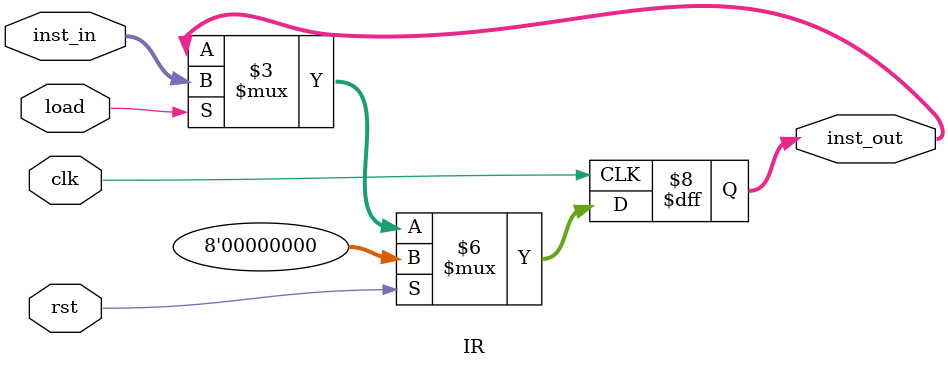
<source format=v>
module IR (clk,rst,load,inst_in, inst_out);
	input clk, rst,load;
	input [7:0] inst_in;
	output reg[7:0] inst_out;
	
	always @ (posedge clk)
		if(rst) 
			inst_out<= 0;
		else if (load) 
			inst_out <= inst_in;
		else 
			inst_out <= inst_out;
		
endmodule 
/*
module IR (clk,rst,load,shift, data, Q);
	parameter N=16;
	input clk, rst,load,shift;
	input [7:0] data;
	output [N-1:0] Q;
	reg [N-1:0] Q;
	
	always @ (posedge rst or posedge clk)
		if(rst) Q<= 0;
		else if (load) {Q[7],Q[6],Q[5],Q[4],Q[3],Q[2],Q[1],Q[0]} <=data;
		else if (shift)Q <= Q<<8;
		else Q <= Q;
		
endmodule
*/
</source>
